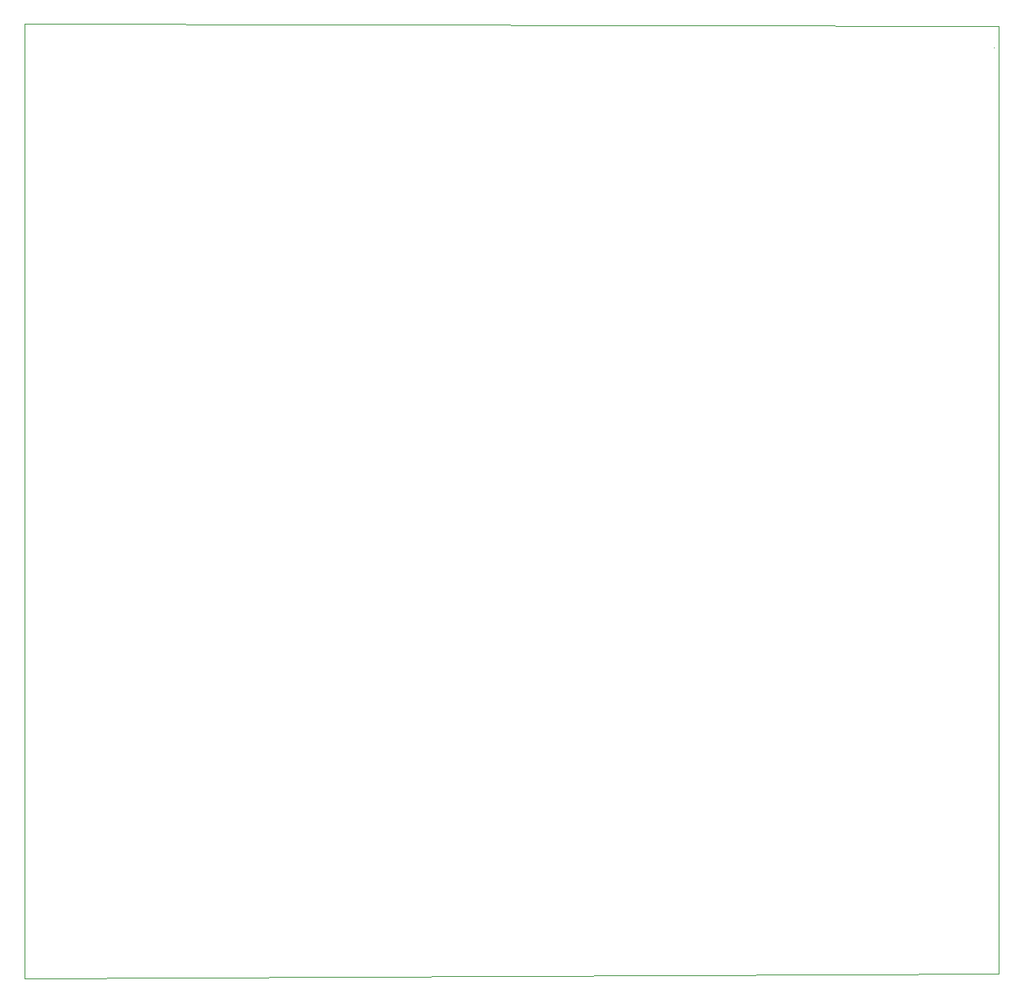
<source format=gbr>
%TF.GenerationSoftware,KiCad,Pcbnew,(6.0.1)*%
%TF.CreationDate,2022-11-11T16:48:08-03:00*%
%TF.ProjectId,Circuito esquem_tico,43697263-7569-4746-9f20-65737175656d,rev?*%
%TF.SameCoordinates,Original*%
%TF.FileFunction,Profile,NP*%
%FSLAX46Y46*%
G04 Gerber Fmt 4.6, Leading zero omitted, Abs format (unit mm)*
G04 Created by KiCad (PCBNEW (6.0.1)) date 2022-11-11 16:48:08*
%MOMM*%
%LPD*%
G01*
G04 APERTURE LIST*
%TA.AperFunction,Profile*%
%ADD10C,0.100000*%
%TD*%
G04 APERTURE END LIST*
D10*
X86868000Y-31496000D02*
X86868000Y-133604000D01*
X191008000Y-31750000D02*
X86868000Y-31496000D01*
X191008000Y-133096000D02*
X191008000Y-31750000D01*
X86868000Y-133604000D02*
X191008000Y-133096000D01*
X190500001Y-34036000D02*
G75*
G03*
X190500001Y-34036000I-1J0D01*
G01*
X190500001Y-34036000D02*
G75*
G03*
X190500001Y-34036000I-1J0D01*
G01*
X190500001Y-34036000D02*
G75*
G03*
X190500001Y-34036000I-1J0D01*
G01*
M02*

</source>
